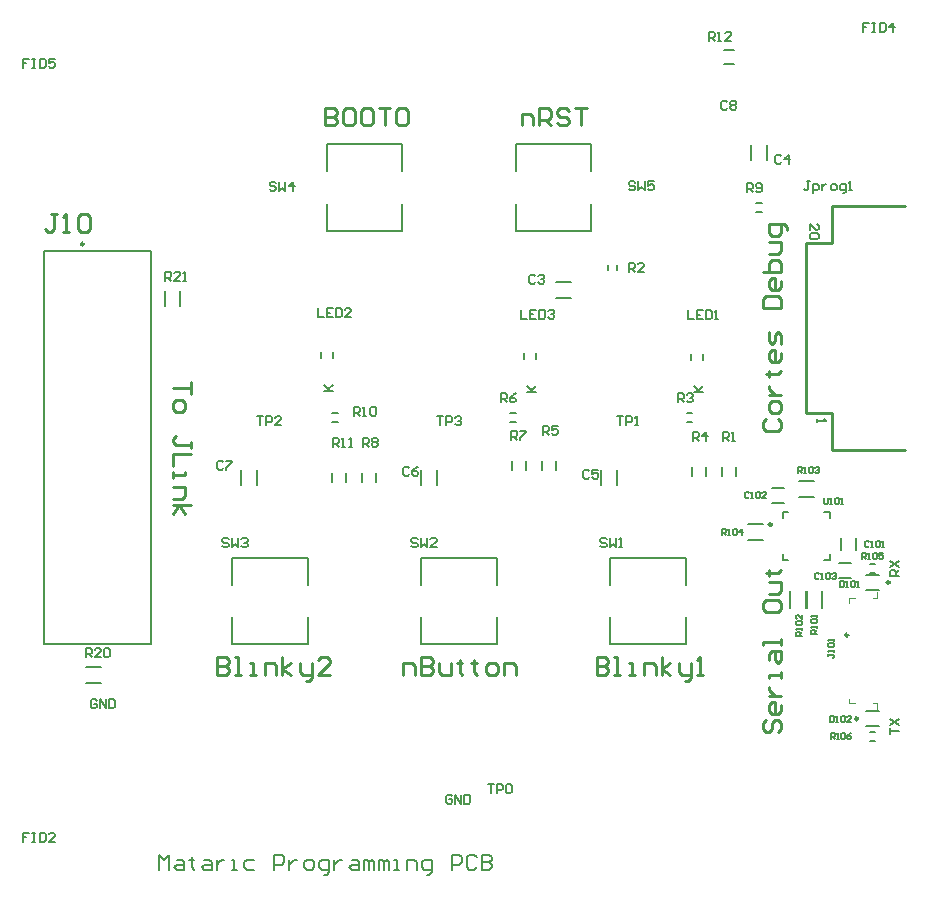
<source format=gto>
G04*
G04 #@! TF.GenerationSoftware,Altium Limited,Altium Designer,24.1.2 (44)*
G04*
G04 Layer_Color=65535*
%FSLAX44Y44*%
%MOMM*%
G71*
G04*
G04 #@! TF.SameCoordinates,4D670051-7F49-4B36-91F3-1F1B1C4DC3BF*
G04*
G04*
G04 #@! TF.FilePolarity,Positive*
G04*
G01*
G75*
%ADD10C,0.2500*%
%ADD11C,0.2540*%
%ADD12C,0.1300*%
%ADD13C,0.1000*%
%ADD14C,0.2000*%
%ADD15C,0.1778*%
%ADD16C,0.1270*%
%ADD17C,0.1800*%
%ADD18C,0.1780*%
D10*
X329655Y-158961D02*
G03*
X329655Y-158961I-1250J0D01*
G01*
X265000Y-65250D02*
G03*
X265000Y-65250I-1250J0D01*
G01*
X337750Y-229750D02*
G03*
X337750Y-229750I-1250J0D01*
G01*
X-317450Y172150D02*
G03*
X-317450Y172150I-1250J0D01*
G01*
X364750Y-114250D02*
G03*
X364750Y-114250I-1250J0D01*
G01*
D11*
X315844Y-1997D02*
X377820D01*
X315844D02*
Y28991D01*
X293492D02*
X315844D01*
X293492D02*
Y173009D01*
X315844D01*
Y203997D01*
X377820D01*
X259764Y-230803D02*
X257225Y-233342D01*
Y-238421D01*
X259764Y-240960D01*
X262303D01*
X264842Y-238421D01*
Y-233342D01*
X267382Y-230803D01*
X269921D01*
X272460Y-233342D01*
Y-238421D01*
X269921Y-240960D01*
X272460Y-218107D02*
Y-223186D01*
X269921Y-225725D01*
X264842D01*
X262303Y-223186D01*
Y-218107D01*
X264842Y-215568D01*
X267382D01*
Y-225725D01*
X262303Y-210490D02*
X272460D01*
X267382D01*
X264842Y-207951D01*
X262303Y-205411D01*
Y-202872D01*
X272460Y-195255D02*
Y-190177D01*
Y-192716D01*
X262303D01*
Y-195255D01*
Y-180020D02*
Y-174941D01*
X264842Y-172402D01*
X272460D01*
Y-180020D01*
X269921Y-182559D01*
X267382Y-180020D01*
Y-172402D01*
X272460Y-167324D02*
Y-162246D01*
Y-164785D01*
X257225D01*
Y-167324D01*
Y-131775D02*
Y-136854D01*
X259764Y-139393D01*
X269921D01*
X272460Y-136854D01*
Y-131775D01*
X269921Y-129236D01*
X259764D01*
X257225Y-131775D01*
X262303Y-124158D02*
X269921D01*
X272460Y-121619D01*
Y-114001D01*
X262303D01*
X259764Y-106384D02*
X262303D01*
Y-108923D01*
Y-103844D01*
Y-106384D01*
X269921D01*
X272460Y-103844D01*
X-227225Y54960D02*
Y44803D01*
Y49882D01*
X-242460D01*
Y37186D02*
Y32107D01*
X-239921Y29568D01*
X-234842D01*
X-232303Y32107D01*
Y37186D01*
X-234842Y39725D01*
X-239921D01*
X-242460Y37186D01*
X-227225Y-902D02*
Y4176D01*
Y1637D01*
X-239921D01*
X-242460Y4176D01*
Y6716D01*
X-239921Y9255D01*
X-227225Y-5980D02*
X-242460D01*
Y-16137D01*
Y-21215D02*
Y-26294D01*
Y-23754D01*
X-232303D01*
Y-21215D01*
X-242460Y-33911D02*
X-232303D01*
Y-41529D01*
X-234842Y-44068D01*
X-242460D01*
Y-49146D02*
X-227225D01*
X-237382D02*
X-232303Y-56764D01*
X-237382Y-49146D02*
X-242460Y-56764D01*
X259686Y23697D02*
X257147Y21158D01*
Y16079D01*
X259686Y13540D01*
X269842D01*
X272382Y16079D01*
Y21158D01*
X269842Y23697D01*
X272382Y31314D02*
Y36393D01*
X269842Y38932D01*
X264764D01*
X262225Y36393D01*
Y31314D01*
X264764Y28775D01*
X269842D01*
X272382Y31314D01*
X262225Y44010D02*
X272382D01*
X267303D01*
X264764Y46549D01*
X262225Y49089D01*
Y51628D01*
X259686Y61784D02*
X262225D01*
Y59245D01*
Y64324D01*
Y61784D01*
X269842D01*
X272382Y64324D01*
Y79559D02*
Y74480D01*
X269842Y71941D01*
X264764D01*
X262225Y74480D01*
Y79559D01*
X264764Y82098D01*
X267303D01*
Y71941D01*
X272382Y87176D02*
Y94794D01*
X269842Y97333D01*
X267303Y94794D01*
Y89715D01*
X264764Y87176D01*
X262225Y89715D01*
Y97333D01*
X257147Y117646D02*
X272382D01*
Y125264D01*
X269842Y127803D01*
X259686D01*
X257147Y125264D01*
Y117646D01*
X272382Y140499D02*
Y135421D01*
X269842Y132881D01*
X264764D01*
X262225Y135421D01*
Y140499D01*
X264764Y143038D01*
X267303D01*
Y132881D01*
X257147Y148117D02*
X272382D01*
Y155734D01*
X269842Y158273D01*
X267303D01*
X264764D01*
X262225Y155734D01*
Y148117D01*
Y163351D02*
X269842D01*
X272382Y165891D01*
Y173508D01*
X262225D01*
X277460Y183665D02*
Y186204D01*
X274921Y188743D01*
X262225D01*
Y181126D01*
X264764Y178587D01*
X269842D01*
X272382Y181126D01*
Y188743D01*
X53040Y272540D02*
Y282537D01*
X60538D01*
X63037Y280038D01*
Y272540D01*
X68035D02*
Y287535D01*
X75533D01*
X78032Y285036D01*
Y280038D01*
X75533Y277538D01*
X68035D01*
X73033D02*
X78032Y272540D01*
X93027Y285036D02*
X90528Y287535D01*
X85529D01*
X83030Y285036D01*
Y282537D01*
X85529Y280038D01*
X90528D01*
X93027Y277538D01*
Y275039D01*
X90528Y272540D01*
X85529D01*
X83030Y275039D01*
X98025Y287535D02*
X108022D01*
X103024D01*
Y272540D01*
X-112960Y287535D02*
Y272540D01*
X-105462D01*
X-102963Y275039D01*
Y277538D01*
X-105462Y280038D01*
X-112960D01*
X-105462D01*
X-102963Y282537D01*
Y285036D01*
X-105462Y287535D01*
X-112960D01*
X-90467D02*
X-95466D01*
X-97965Y285036D01*
Y275039D01*
X-95466Y272540D01*
X-90467D01*
X-87968Y275039D01*
Y285036D01*
X-90467Y287535D01*
X-75472D02*
X-80471D01*
X-82970Y285036D01*
Y275039D01*
X-80471Y272540D01*
X-75472D01*
X-72973Y275039D01*
Y285036D01*
X-75472Y287535D01*
X-67975D02*
X-57978D01*
X-62976D01*
Y272540D01*
X-52979Y285036D02*
X-50480Y287535D01*
X-45482D01*
X-42983Y285036D01*
Y275039D01*
X-45482Y272540D01*
X-50480D01*
X-52979Y275039D01*
Y285036D01*
X-46960Y-192460D02*
Y-182463D01*
X-39462D01*
X-36963Y-184962D01*
Y-192460D01*
X-31965Y-177465D02*
Y-192460D01*
X-24467D01*
X-21968Y-189961D01*
Y-187462D01*
X-24467Y-184962D01*
X-31965D01*
X-24467D01*
X-21968Y-182463D01*
Y-179964D01*
X-24467Y-177465D01*
X-31965D01*
X-16970Y-182463D02*
Y-189961D01*
X-14470Y-192460D01*
X-6973D01*
Y-182463D01*
X525Y-179964D02*
Y-182463D01*
X-1975D01*
X3024D01*
X525D01*
Y-189961D01*
X3024Y-192460D01*
X13021Y-179964D02*
Y-182463D01*
X10521D01*
X15520D01*
X13021D01*
Y-189961D01*
X15520Y-192460D01*
X25517D02*
X30515D01*
X33014Y-189961D01*
Y-184962D01*
X30515Y-182463D01*
X25517D01*
X23017Y-184962D01*
Y-189961D01*
X25517Y-192460D01*
X38012D02*
Y-182463D01*
X45510D01*
X48009Y-184962D01*
Y-192460D01*
X-204460Y-177467D02*
Y-192462D01*
X-196962D01*
X-194463Y-189962D01*
Y-187463D01*
X-196962Y-184964D01*
X-204460D01*
X-196962D01*
X-194463Y-182465D01*
Y-179966D01*
X-196962Y-177467D01*
X-204460D01*
X-189465Y-192462D02*
X-184466D01*
X-186966D01*
Y-177467D01*
X-189465D01*
X-176969Y-192462D02*
X-171971D01*
X-174470D01*
Y-182465D01*
X-176969D01*
X-164473Y-192462D02*
Y-182465D01*
X-156975D01*
X-154476Y-184964D01*
Y-192462D01*
X-149478D02*
Y-177467D01*
Y-187463D02*
X-141980Y-182465D01*
X-149478Y-187463D02*
X-141980Y-192462D01*
X-134483Y-182465D02*
Y-189962D01*
X-131983Y-192462D01*
X-124486D01*
Y-194961D01*
X-126985Y-197460D01*
X-129484D01*
X-124486Y-192462D02*
Y-182465D01*
X-109491Y-192462D02*
X-119487D01*
X-109491Y-182465D01*
Y-179966D01*
X-111990Y-177467D01*
X-116988D01*
X-119487Y-179966D01*
X116540Y-177467D02*
Y-192462D01*
X124038D01*
X126537Y-189962D01*
Y-187463D01*
X124038Y-184964D01*
X116540D01*
X124038D01*
X126537Y-182465D01*
Y-179966D01*
X124038Y-177467D01*
X116540D01*
X131535Y-192462D02*
X136533D01*
X134034D01*
Y-177467D01*
X131535D01*
X144031Y-192462D02*
X149030D01*
X146530D01*
Y-182465D01*
X144031D01*
X156527Y-192462D02*
Y-182465D01*
X164025D01*
X166524Y-184964D01*
Y-192462D01*
X171522D02*
Y-177467D01*
Y-187463D02*
X179020Y-182465D01*
X171522Y-187463D02*
X179020Y-192462D01*
X186517Y-182465D02*
Y-189962D01*
X189016Y-192462D01*
X196514D01*
Y-194961D01*
X194015Y-197460D01*
X191516D01*
X196514Y-192462D02*
Y-182465D01*
X201513Y-192462D02*
X206511D01*
X204012D01*
Y-177467D01*
X201513Y-179966D01*
X-340701Y197579D02*
X-345780D01*
X-343241D01*
Y184883D01*
X-345780Y182344D01*
X-348319D01*
X-350858Y184883D01*
X-335623Y182344D02*
X-330545D01*
X-333084D01*
Y197579D01*
X-335623Y195040D01*
X-322927D02*
X-320388Y197579D01*
X-315310D01*
X-312771Y195040D01*
Y184883D01*
X-315310Y182344D01*
X-320388D01*
X-322927Y184883D01*
Y195040D01*
D12*
X70200Y-19240D02*
Y-11240D01*
X82200Y-19240D02*
Y-11240D01*
X347700Y-249000D02*
X352300D01*
X347700Y-241000D02*
X352300D01*
X55500Y74500D02*
Y79500D01*
X65500Y74500D02*
Y79500D01*
X-107300Y29500D02*
X-102700D01*
X-107300Y21500D02*
X-102700D01*
X44800Y-19240D02*
Y-11240D01*
X56800Y-19240D02*
Y-11240D01*
X224600Y324200D02*
X232600D01*
X224600Y336200D02*
X232600D01*
X192910Y29400D02*
X197510D01*
X192910Y21400D02*
X197510D01*
X234600Y-24320D02*
Y-16320D01*
X222600Y-24320D02*
Y-16320D01*
X43420Y21400D02*
X48020D01*
X43420Y29400D02*
X48020D01*
X-95600Y-29400D02*
Y-21400D01*
X-107600Y-29400D02*
Y-21400D01*
X197200Y-24320D02*
Y-16320D01*
X209200Y-24320D02*
Y-16320D01*
X-82200Y-29400D02*
Y-21400D01*
X-70200Y-29400D02*
Y-21400D01*
X126000Y150200D02*
Y154800D01*
X134000Y150200D02*
Y154800D01*
X196500Y74000D02*
Y79000D01*
X206500Y74000D02*
Y79000D01*
X-117000Y75500D02*
Y80500D01*
X-107000Y75500D02*
Y80500D01*
X251700Y199200D02*
X256300D01*
X251700Y207200D02*
X256300D01*
X347700Y-98500D02*
X352300D01*
X347700Y-106500D02*
X352300D01*
D13*
X330140Y-127550D02*
X335220D01*
X330140Y-131360D02*
Y-127550D01*
Y-216450D02*
Y-212640D01*
Y-216450D02*
X335220D01*
X354270Y-127550D02*
Y-122470D01*
X350460Y-127550D02*
X354270D01*
X350460Y-216450D02*
X354270D01*
Y-221530D02*
Y-216450D01*
D14*
X274000Y-55000D02*
X278500D01*
X309500D02*
X314000D01*
Y-95000D02*
Y-90500D01*
Y-59500D02*
Y-55000D01*
X274000Y-95000D02*
X278500D01*
X309500D02*
X314000D01*
X274000D02*
Y-90500D01*
Y-59500D02*
Y-55000D01*
X322000Y-110500D02*
X332000D01*
X322000Y-97500D02*
X332000D01*
X-235750Y119616D02*
Y132341D01*
X-249250Y119616D02*
Y132341D01*
X294362Y-136362D02*
Y-121638D01*
X280638Y-136362D02*
Y-121638D01*
X-32150Y-31762D02*
Y-19038D01*
X-18650Y-31762D02*
Y-19038D01*
X-192000Y-93500D02*
X-128000D01*
Y-166500D02*
Y-143750D01*
Y-116250D02*
Y-93500D01*
X-192000Y-166500D02*
X-128000D01*
X-192000D02*
Y-143750D01*
Y-116250D02*
Y-93500D01*
X344500Y-223500D02*
X355500D01*
X344393Y-236313D02*
X355393D01*
X-351450Y166100D02*
X-260550D01*
X-351450Y-166100D02*
Y166100D01*
Y-166100D02*
X-260550D01*
Y166100D01*
X120250Y-31762D02*
Y-19038D01*
X133750Y-31762D02*
Y-19038D01*
X260750Y243138D02*
Y255862D01*
X247250Y243138D02*
Y255862D01*
X-184550Y-31762D02*
Y-19038D01*
X-171050Y-31762D02*
Y-19038D01*
X82538Y140100D02*
X95262D01*
X82538Y126600D02*
X95262D01*
X323500Y-87000D02*
Y-77000D01*
X336500Y-87000D02*
Y-77000D01*
X265500Y-47000D02*
X275500D01*
X265500Y-34000D02*
X275500D01*
X344500Y-120500D02*
X355500D01*
X344607Y-107687D02*
X355607D01*
X307362Y-136362D02*
Y-121638D01*
X293638Y-136362D02*
Y-121638D01*
X288278Y-28810D02*
X301002D01*
X288278Y-42310D02*
X301002D01*
X245138Y-65250D02*
X257862D01*
X245138Y-78750D02*
X257862D01*
X-315862Y-199250D02*
X-303138D01*
X-315862Y-185750D02*
X-303138D01*
X128000Y-93500D02*
X192000D01*
Y-166500D02*
Y-143750D01*
Y-116250D02*
Y-93500D01*
X128000Y-166500D02*
X192000D01*
X128000D02*
Y-143750D01*
Y-116250D02*
Y-93500D01*
X-32000D02*
X32000D01*
Y-166500D02*
Y-143750D01*
Y-116250D02*
Y-93500D01*
X-32000Y-166500D02*
X32000D01*
X-32000D02*
Y-143750D01*
Y-116250D02*
Y-93500D01*
X-112000Y256500D02*
X-48000D01*
Y183500D02*
Y206250D01*
Y233750D02*
Y256500D01*
X-112000Y183500D02*
X-48000D01*
X-112000D02*
Y206250D01*
Y233750D02*
Y256500D01*
X48000D02*
X112000D01*
Y183500D02*
Y206250D01*
Y233750D02*
Y256500D01*
X48000Y183500D02*
X112000D01*
X48000D02*
Y206250D01*
Y233750D02*
Y256500D01*
D15*
X297000Y183922D02*
Y189000D01*
X302078Y183922D01*
X303348D01*
X304618Y185191D01*
Y187730D01*
X303348Y189000D01*
Y181383D02*
X304618Y180113D01*
Y177574D01*
X303348Y176304D01*
X298270D01*
X297000Y177574D01*
Y180113D01*
X298270Y181383D01*
X303348D01*
X303000Y24000D02*
Y21461D01*
Y22730D01*
X310618D01*
X309348Y24000D01*
X57882Y47000D02*
X65500D01*
X62961D01*
X57882Y52078D01*
X61691Y48270D01*
X65500Y52078D01*
X198883Y46500D02*
X206500D01*
X203961D01*
X198883Y51578D01*
X202691Y47770D01*
X206500Y51578D01*
X-114618Y48000D02*
X-107000D01*
X-109539D01*
X-114618Y53078D01*
X-110809Y49270D01*
X-107000Y53078D01*
X-253722Y-357490D02*
Y-344794D01*
X-249490Y-349026D01*
X-245258Y-344794D01*
Y-357490D01*
X-238910Y-349026D02*
X-234678D01*
X-232562Y-351142D01*
Y-357490D01*
X-238910D01*
X-241026Y-355374D01*
X-238910Y-353258D01*
X-232562D01*
X-226214Y-346910D02*
Y-349026D01*
X-228330D01*
X-224098D01*
X-226214D01*
Y-355374D01*
X-224098Y-357490D01*
X-215634Y-349026D02*
X-211402D01*
X-209286Y-351142D01*
Y-357490D01*
X-215634D01*
X-217750Y-355374D01*
X-215634Y-353258D01*
X-209286D01*
X-205054Y-349026D02*
Y-357490D01*
Y-353258D01*
X-202938Y-351142D01*
X-200823Y-349026D01*
X-198706D01*
X-192358Y-357490D02*
X-188127D01*
X-190243D01*
Y-349026D01*
X-192358D01*
X-173315D02*
X-179663D01*
X-181779Y-351142D01*
Y-355374D01*
X-179663Y-357490D01*
X-173315D01*
X-156387D02*
Y-344794D01*
X-150039D01*
X-147923Y-346910D01*
Y-351142D01*
X-150039Y-353258D01*
X-156387D01*
X-143691Y-349026D02*
Y-357490D01*
Y-353258D01*
X-141575Y-351142D01*
X-139459Y-349026D01*
X-137343D01*
X-128879Y-357490D02*
X-124647D01*
X-122531Y-355374D01*
Y-351142D01*
X-124647Y-349026D01*
X-128879D01*
X-130995Y-351142D01*
Y-355374D01*
X-128879Y-357490D01*
X-114067Y-361722D02*
X-111951D01*
X-109835Y-359606D01*
Y-349026D01*
X-116183D01*
X-118299Y-351142D01*
Y-355374D01*
X-116183Y-357490D01*
X-109835D01*
X-105603Y-349026D02*
Y-357490D01*
Y-353258D01*
X-103487Y-351142D01*
X-101371Y-349026D01*
X-99255D01*
X-90792D02*
X-86559D01*
X-84444Y-351142D01*
Y-357490D01*
X-90792D01*
X-92907Y-355374D01*
X-90792Y-353258D01*
X-84444D01*
X-80211Y-357490D02*
Y-349026D01*
X-78096D01*
X-75980Y-351142D01*
Y-357490D01*
Y-351142D01*
X-73864Y-349026D01*
X-71748Y-351142D01*
Y-357490D01*
X-67516D02*
Y-349026D01*
X-65400D01*
X-63284Y-351142D01*
Y-357490D01*
Y-351142D01*
X-61168Y-349026D01*
X-59052Y-351142D01*
Y-357490D01*
X-54820D02*
X-50588D01*
X-52704D01*
Y-349026D01*
X-54820D01*
X-44240Y-357490D02*
Y-349026D01*
X-37892D01*
X-35776Y-351142D01*
Y-357490D01*
X-27312Y-361722D02*
X-25196D01*
X-23080Y-359606D01*
Y-349026D01*
X-29428D01*
X-31544Y-351142D01*
Y-355374D01*
X-29428Y-357490D01*
X-23080D01*
X-6152D02*
Y-344794D01*
X196D01*
X2312Y-346910D01*
Y-351142D01*
X196Y-353258D01*
X-6152D01*
X15008Y-346910D02*
X12892Y-344794D01*
X8660D01*
X6544Y-346910D01*
Y-355374D01*
X8660Y-357490D01*
X12892D01*
X15008Y-355374D01*
X19240Y-344794D02*
Y-357490D01*
X25587D01*
X27703Y-355374D01*
Y-353258D01*
X25587Y-351142D01*
X19240D01*
X25587D01*
X27703Y-349026D01*
Y-346910D01*
X25587Y-344794D01*
X19240D01*
X364604Y-242722D02*
Y-237644D01*
Y-240183D01*
X372222D01*
X364604Y-235105D02*
X372222Y-230026D01*
X364604D02*
X372222Y-235105D01*
Y-109222D02*
X364604D01*
Y-105413D01*
X365874Y-104144D01*
X368413D01*
X369683Y-105413D01*
Y-109222D01*
Y-106683D02*
X372222Y-104144D01*
X364604Y-101604D02*
X372222Y-96526D01*
X364604D02*
X372222Y-101604D01*
X-5644Y-295374D02*
X-6913Y-294104D01*
X-9452D01*
X-10722Y-295374D01*
Y-300452D01*
X-9452Y-301722D01*
X-6913D01*
X-5644Y-300452D01*
Y-297913D01*
X-8183D01*
X-3104Y-301722D02*
Y-294104D01*
X1974Y-301722D01*
Y-294104D01*
X4513D02*
Y-301722D01*
X8322D01*
X9591Y-300452D01*
Y-295374D01*
X8322Y-294104D01*
X4513D01*
X296840Y225267D02*
X294301D01*
X295571D01*
Y218920D01*
X294301Y217650D01*
X293031D01*
X291762Y218920D01*
X299379Y215111D02*
Y222728D01*
X303188D01*
X304458Y221459D01*
Y218920D01*
X303188Y217650D01*
X299379D01*
X306997Y222728D02*
Y217650D01*
Y220189D01*
X308267Y221459D01*
X309536Y222728D01*
X310806D01*
X315884Y217650D02*
X318423D01*
X319693Y218920D01*
Y221459D01*
X318423Y222728D01*
X315884D01*
X314615Y221459D01*
Y218920D01*
X315884Y217650D01*
X324771Y215111D02*
X326041D01*
X327310Y216380D01*
Y222728D01*
X323502D01*
X322232Y221459D01*
Y218920D01*
X323502Y217650D01*
X327310D01*
X329850D02*
X332389D01*
X331119D01*
Y225267D01*
X329850Y223998D01*
X24603Y-285351D02*
X29682D01*
X27143D01*
Y-292969D01*
X32221D02*
Y-285351D01*
X36030D01*
X37299Y-286621D01*
Y-289160D01*
X36030Y-290430D01*
X32221D01*
X39838Y-286621D02*
X41108Y-285351D01*
X43647D01*
X44917Y-286621D01*
Y-291699D01*
X43647Y-292969D01*
X41108D01*
X39838Y-291699D01*
Y-286621D01*
X243756Y216126D02*
Y223743D01*
X247565D01*
X248834Y222474D01*
Y219935D01*
X247565Y218665D01*
X243756D01*
X246295D02*
X248834Y216126D01*
X251373Y217395D02*
X252643Y216126D01*
X255182D01*
X256452Y217395D01*
Y222474D01*
X255182Y223743D01*
X252643D01*
X251373Y222474D01*
Y221204D01*
X252643Y219935D01*
X256452D01*
X-306664Y-214406D02*
X-307933Y-213137D01*
X-310473D01*
X-311742Y-214406D01*
Y-219485D01*
X-310473Y-220754D01*
X-307933D01*
X-306664Y-219485D01*
Y-216945D01*
X-309203D01*
X-304125Y-220754D02*
Y-213137D01*
X-299046Y-220754D01*
Y-213137D01*
X-296507D02*
Y-220754D01*
X-292698D01*
X-291429Y-219485D01*
Y-214406D01*
X-292698Y-213137D01*
X-296507D01*
X-363852Y328929D02*
X-368931D01*
Y325120D01*
X-366391D01*
X-368931D01*
Y321311D01*
X-361313Y328929D02*
X-358774D01*
X-360044D01*
Y321311D01*
X-361313D01*
X-358774D01*
X-354965Y328929D02*
Y321311D01*
X-351156D01*
X-349887Y322581D01*
Y327659D01*
X-351156Y328929D01*
X-354965D01*
X-342269D02*
X-347348D01*
Y325120D01*
X-344809Y326390D01*
X-343539D01*
X-342269Y325120D01*
Y322581D01*
X-343539Y321311D01*
X-346078D01*
X-347348Y322581D01*
X347386Y359633D02*
X342308D01*
Y355825D01*
X344847D01*
X342308D01*
Y352016D01*
X349925Y359633D02*
X352465D01*
X351195D01*
Y352016D01*
X349925D01*
X352465D01*
X356273Y359633D02*
Y352016D01*
X360082D01*
X361352Y353285D01*
Y358364D01*
X360082Y359633D01*
X356273D01*
X367700Y352016D02*
Y359633D01*
X363891Y355825D01*
X368969D01*
X-363814Y-326167D02*
X-368892D01*
Y-329975D01*
X-366353D01*
X-368892D01*
Y-333784D01*
X-361275Y-326167D02*
X-358735D01*
X-360005D01*
Y-333784D01*
X-361275D01*
X-358735D01*
X-354927Y-326167D02*
Y-333784D01*
X-351118D01*
X-349848Y-332514D01*
Y-327436D01*
X-351118Y-326167D01*
X-354927D01*
X-342231Y-333784D02*
X-347309D01*
X-342231Y-328706D01*
Y-327436D01*
X-343500Y-326167D01*
X-346040D01*
X-347309Y-327436D01*
X52748Y116555D02*
Y108938D01*
X57826D01*
X65444Y116555D02*
X60365D01*
Y108938D01*
X65444D01*
X60365Y112747D02*
X62905D01*
X67983Y116555D02*
Y108938D01*
X71792D01*
X73061Y110208D01*
Y115286D01*
X71792Y116555D01*
X67983D01*
X75601Y115286D02*
X76870Y116555D01*
X79409D01*
X80679Y115286D01*
Y114016D01*
X79409Y112747D01*
X78140D01*
X79409D01*
X80679Y111477D01*
Y110208D01*
X79409Y108938D01*
X76870D01*
X75601Y110208D01*
X-119718Y117571D02*
Y109954D01*
X-114640D01*
X-107022Y117571D02*
X-112101D01*
Y109954D01*
X-107022D01*
X-112101Y113763D02*
X-109561D01*
X-104483Y117571D02*
Y109954D01*
X-100674D01*
X-99405Y111223D01*
Y116302D01*
X-100674Y117571D01*
X-104483D01*
X-91787Y109954D02*
X-96866D01*
X-91787Y115032D01*
Y116302D01*
X-93057Y117571D01*
X-95596D01*
X-96866Y116302D01*
X193718Y116047D02*
Y108430D01*
X198796D01*
X206414Y116047D02*
X201335D01*
Y108430D01*
X206414D01*
X201335Y112239D02*
X203875D01*
X208953Y116047D02*
Y108430D01*
X212762D01*
X214031Y109699D01*
Y114778D01*
X212762Y116047D01*
X208953D01*
X216570Y108430D02*
X219110D01*
X217840D01*
Y116047D01*
X216570Y114778D01*
X-18372Y26385D02*
X-13294D01*
X-15833D01*
Y18768D01*
X-10755D02*
Y26385D01*
X-6946D01*
X-5676Y25116D01*
Y22577D01*
X-6946Y21307D01*
X-10755D01*
X-3137Y25116D02*
X-1867Y26385D01*
X672D01*
X1941Y25116D01*
Y23846D01*
X672Y22577D01*
X-598D01*
X672D01*
X1941Y21307D01*
Y20038D01*
X672Y18768D01*
X-1867D01*
X-3137Y20038D01*
X-170772Y26385D02*
X-165694D01*
X-168233D01*
Y18768D01*
X-163155D02*
Y26385D01*
X-159346D01*
X-158076Y25116D01*
Y22577D01*
X-159346Y21307D01*
X-163155D01*
X-150459Y18768D02*
X-155537D01*
X-150459Y23846D01*
Y25116D01*
X-151728Y26385D01*
X-154268D01*
X-155537Y25116D01*
X134028Y26385D02*
X139106D01*
X136567D01*
Y18768D01*
X141645D02*
Y26385D01*
X145454D01*
X146724Y25116D01*
Y22577D01*
X145454Y21307D01*
X141645D01*
X149263Y18768D02*
X151802D01*
X150533D01*
Y26385D01*
X149263Y25116D01*
X143972Y148691D02*
Y156309D01*
X147781D01*
X149050Y155039D01*
Y152500D01*
X147781Y151230D01*
X143972D01*
X146511D02*
X149050Y148691D01*
X156668D02*
X151590D01*
X156668Y153770D01*
Y155039D01*
X155398Y156309D01*
X152859D01*
X151590Y155039D01*
X70782Y10640D02*
Y18257D01*
X74591D01*
X75860Y16988D01*
Y14449D01*
X74591Y13179D01*
X70782D01*
X73321D02*
X75860Y10640D01*
X83478Y18257D02*
X78399D01*
Y14449D01*
X80939Y15718D01*
X82208D01*
X83478Y14449D01*
Y11910D01*
X82208Y10640D01*
X79669D01*
X78399Y11910D01*
X-81618Y480D02*
Y8097D01*
X-77809D01*
X-76540Y6828D01*
Y4289D01*
X-77809Y3019D01*
X-81618D01*
X-79079D02*
X-76540Y480D01*
X-74001Y6828D02*
X-72731Y8097D01*
X-70192D01*
X-68922Y6828D01*
Y5558D01*
X-70192Y4289D01*
X-68922Y3019D01*
Y1750D01*
X-70192Y480D01*
X-72731D01*
X-74001Y1750D01*
Y3019D01*
X-72731Y4289D01*
X-74001Y5558D01*
Y6828D01*
X-72731Y4289D02*
X-70192D01*
X197782Y5626D02*
Y13243D01*
X201591D01*
X202860Y11974D01*
Y9435D01*
X201591Y8165D01*
X197782D01*
X200321D02*
X202860Y5626D01*
X209208D02*
Y13243D01*
X205399Y9435D01*
X210478D01*
X-107018Y480D02*
Y8097D01*
X-103209D01*
X-101940Y6828D01*
Y4289D01*
X-103209Y3019D01*
X-107018D01*
X-104479D02*
X-101940Y480D01*
X-99401D02*
X-96861D01*
X-98131D01*
Y8097D01*
X-99401Y6828D01*
X-93053Y480D02*
X-90513D01*
X-91783D01*
Y8097D01*
X-93053Y6828D01*
X35476Y38326D02*
Y45943D01*
X39285D01*
X40554Y44674D01*
Y42135D01*
X39285Y40865D01*
X35476D01*
X38015D02*
X40554Y38326D01*
X48172Y45943D02*
X45633Y44674D01*
X43093Y42135D01*
Y39595D01*
X44363Y38326D01*
X46902D01*
X48172Y39595D01*
Y40865D01*
X46902Y42135D01*
X43093D01*
X223182Y5626D02*
Y13243D01*
X226991D01*
X228260Y11974D01*
Y9435D01*
X226991Y8165D01*
X223182D01*
X225721D02*
X228260Y5626D01*
X230799D02*
X233339D01*
X232069D01*
Y13243D01*
X230799Y11974D01*
X185082Y38326D02*
Y45943D01*
X188891D01*
X190160Y44674D01*
Y42135D01*
X188891Y40865D01*
X185082D01*
X187621D02*
X190160Y38326D01*
X192699Y44674D02*
X193969Y45943D01*
X196508D01*
X197778Y44674D01*
Y43404D01*
X196508Y42135D01*
X195239D01*
X196508D01*
X197778Y40865D01*
Y39595D01*
X196508Y38326D01*
X193969D01*
X192699Y39595D01*
X211328Y344424D02*
Y352042D01*
X215137D01*
X216406Y350772D01*
Y348233D01*
X215137Y346963D01*
X211328D01*
X213867D02*
X216406Y344424D01*
X218946D02*
X221485D01*
X220215D01*
Y352042D01*
X218946Y350772D01*
X230372Y344424D02*
X225294D01*
X230372Y349502D01*
Y350772D01*
X229102Y352042D01*
X226563D01*
X225294Y350772D01*
X44452Y6351D02*
Y13969D01*
X48261D01*
X49530Y12699D01*
Y10160D01*
X48261Y8890D01*
X44452D01*
X46991D02*
X49530Y6351D01*
X52070Y13969D02*
X57148D01*
Y12699D01*
X52070Y7621D01*
Y6351D01*
X-89122Y26771D02*
Y34389D01*
X-85313D01*
X-84044Y33119D01*
Y30580D01*
X-85313Y29310D01*
X-89122D01*
X-86583D02*
X-84044Y26771D01*
X-81504D02*
X-78965D01*
X-80235D01*
Y34389D01*
X-81504Y33119D01*
X-75156D02*
X-73887Y34389D01*
X-71348D01*
X-70078Y33119D01*
Y28041D01*
X-71348Y26771D01*
X-73887D01*
X-75156Y28041D01*
Y33119D01*
X227330Y292099D02*
X226061Y293369D01*
X223522D01*
X222252Y292099D01*
Y287021D01*
X223522Y285751D01*
X226061D01*
X227330Y287021D01*
X229870Y292099D02*
X231139Y293369D01*
X233678D01*
X234948Y292099D01*
Y290830D01*
X233678Y289560D01*
X234948Y288290D01*
Y287021D01*
X233678Y285751D01*
X231139D01*
X229870Y287021D01*
Y288290D01*
X231139Y289560D01*
X229870Y290830D01*
Y292099D01*
X231139Y289560D02*
X233678D01*
X-41910Y-17781D02*
X-43179Y-16511D01*
X-45718D01*
X-46988Y-17781D01*
Y-22859D01*
X-45718Y-24129D01*
X-43179D01*
X-41910Y-22859D01*
X-34292Y-16511D02*
X-36831Y-17781D01*
X-39370Y-20320D01*
Y-22859D01*
X-38101Y-24129D01*
X-35562D01*
X-34292Y-22859D01*
Y-21590D01*
X-35562Y-20320D01*
X-39370D01*
X64770Y144779D02*
X63501Y146049D01*
X60962D01*
X59692Y144779D01*
Y139701D01*
X60962Y138431D01*
X63501D01*
X64770Y139701D01*
X67310Y144779D02*
X68579Y146049D01*
X71118D01*
X72388Y144779D01*
Y143510D01*
X71118Y142240D01*
X69849D01*
X71118D01*
X72388Y140970D01*
Y139701D01*
X71118Y138431D01*
X68579D01*
X67310Y139701D01*
X-199390Y-12701D02*
X-200659Y-11431D01*
X-203198D01*
X-204468Y-12701D01*
Y-17779D01*
X-203198Y-19049D01*
X-200659D01*
X-199390Y-17779D01*
X-196850Y-11431D02*
X-191772D01*
Y-12701D01*
X-196850Y-17779D01*
Y-19049D01*
X273050Y246379D02*
X271781Y247649D01*
X269242D01*
X267972Y246379D01*
Y241301D01*
X269242Y240031D01*
X271781D01*
X273050Y241301D01*
X279398Y240031D02*
Y247649D01*
X275590Y243840D01*
X280668D01*
X110490Y-20321D02*
X109221Y-19051D01*
X106682D01*
X105412Y-20321D01*
Y-25399D01*
X106682Y-26669D01*
X109221D01*
X110490Y-25399D01*
X118108Y-19051D02*
X113030D01*
Y-22860D01*
X115569Y-21590D01*
X116838D01*
X118108Y-22860D01*
Y-25399D01*
X116838Y-26669D01*
X114299D01*
X113030Y-25399D01*
D16*
X314753Y-246999D02*
Y-242001D01*
X317252D01*
X318085Y-242834D01*
Y-244500D01*
X317252Y-245333D01*
X314753D01*
X316419D02*
X318085Y-246999D01*
X319751D02*
X321417D01*
X320584D01*
Y-242001D01*
X319751Y-242834D01*
X323917D02*
X324750Y-242001D01*
X326416D01*
X327249Y-242834D01*
Y-246166D01*
X326416Y-246999D01*
X324750D01*
X323917Y-246166D01*
Y-242834D01*
X332247Y-242001D02*
X330581Y-242834D01*
X328915Y-244500D01*
Y-246166D01*
X329748Y-246999D01*
X331414D01*
X332247Y-246166D01*
Y-245333D01*
X331414Y-244500D01*
X328915D01*
X341253Y-94499D02*
Y-89501D01*
X343752D01*
X344585Y-90334D01*
Y-92000D01*
X343752Y-92833D01*
X341253D01*
X342919D02*
X344585Y-94499D01*
X346251D02*
X347917D01*
X347084D01*
Y-89501D01*
X346251Y-90334D01*
X350416D02*
X351250Y-89501D01*
X352916D01*
X353749Y-90334D01*
Y-93666D01*
X352916Y-94499D01*
X351250D01*
X350416Y-93666D01*
Y-90334D01*
X358747Y-89501D02*
X355415D01*
Y-92000D01*
X357081Y-91167D01*
X357914D01*
X358747Y-92000D01*
Y-93666D01*
X357914Y-94499D01*
X356248D01*
X355415Y-93666D01*
X314443Y-227461D02*
Y-232539D01*
X316982D01*
X317829Y-231693D01*
Y-228307D01*
X316982Y-227461D01*
X314443D01*
X319521Y-232539D02*
X321214D01*
X320368D01*
Y-227461D01*
X319521Y-228307D01*
X323753D02*
X324600Y-227461D01*
X326292D01*
X327139Y-228307D01*
Y-231693D01*
X326292Y-232539D01*
X324600D01*
X323753Y-231693D01*
Y-228307D01*
X332217Y-232539D02*
X328832D01*
X332217Y-229154D01*
Y-228307D01*
X331371Y-227461D01*
X329678D01*
X328832Y-228307D01*
X308959Y-42461D02*
Y-46693D01*
X309806Y-47539D01*
X311499D01*
X312345Y-46693D01*
Y-42461D01*
X314038Y-47539D02*
X315730D01*
X314884D01*
Y-42461D01*
X314038Y-43307D01*
X318270D02*
X319116Y-42461D01*
X320809D01*
X321655Y-43307D01*
Y-46693D01*
X320809Y-47539D01*
X319116D01*
X318270Y-46693D01*
Y-43307D01*
X323348Y-47539D02*
X325041D01*
X324194D01*
Y-42461D01*
X323348Y-43307D01*
X222343Y-74149D02*
Y-69071D01*
X224882D01*
X225728Y-69917D01*
Y-71610D01*
X224882Y-72456D01*
X222343D01*
X224036D02*
X225728Y-74149D01*
X227421D02*
X229114D01*
X228268D01*
Y-69071D01*
X227421Y-69917D01*
X231653D02*
X232500Y-69071D01*
X234192D01*
X235039Y-69917D01*
Y-73303D01*
X234192Y-74149D01*
X232500D01*
X231653Y-73303D01*
Y-69917D01*
X239271Y-74149D02*
Y-69071D01*
X236732Y-71610D01*
X240117D01*
X287444Y-21364D02*
Y-16286D01*
X289983D01*
X290829Y-17132D01*
Y-18825D01*
X289983Y-19671D01*
X287444D01*
X289137D02*
X290829Y-21364D01*
X292522D02*
X294215D01*
X293369D01*
Y-16286D01*
X292522Y-17132D01*
X296754D02*
X297601Y-16286D01*
X299293D01*
X300140Y-17132D01*
Y-20518D01*
X299293Y-21364D01*
X297601D01*
X296754Y-20518D01*
Y-17132D01*
X301833D02*
X302679Y-16286D01*
X304372D01*
X305218Y-17132D01*
Y-17979D01*
X304372Y-18825D01*
X303525D01*
X304372D01*
X305218Y-19671D01*
Y-20518D01*
X304372Y-21364D01*
X302679D01*
X301833Y-20518D01*
X290539Y-159387D02*
X285461D01*
Y-156848D01*
X286307Y-156002D01*
X288000D01*
X288846Y-156848D01*
Y-159387D01*
Y-157694D02*
X290539Y-156002D01*
Y-154309D02*
Y-152616D01*
Y-153462D01*
X285461D01*
X286307Y-154309D01*
Y-150077D02*
X285461Y-149230D01*
Y-147538D01*
X286307Y-146691D01*
X289693D01*
X290539Y-147538D01*
Y-149230D01*
X289693Y-150077D01*
X286307D01*
X290539Y-141613D02*
Y-144998D01*
X287154Y-141613D01*
X286307D01*
X285461Y-142459D01*
Y-144152D01*
X286307Y-144998D01*
X303039Y-158041D02*
X297961D01*
Y-155501D01*
X298807Y-154655D01*
X300500D01*
X301346Y-155501D01*
Y-158041D01*
Y-156348D02*
X303039Y-154655D01*
Y-152962D02*
Y-151270D01*
Y-152116D01*
X297961D01*
X298807Y-152962D01*
Y-148730D02*
X297961Y-147884D01*
Y-146191D01*
X298807Y-145345D01*
X302193D01*
X303039Y-146191D01*
Y-147884D01*
X302193Y-148730D01*
X298807D01*
X303039Y-143652D02*
Y-141959D01*
Y-142806D01*
X297961D01*
X298807Y-143652D01*
X312461Y-174655D02*
Y-176348D01*
Y-175501D01*
X316693D01*
X317539Y-176348D01*
Y-177194D01*
X316693Y-178041D01*
X317539Y-172962D02*
Y-171270D01*
Y-172116D01*
X312461D01*
X313307Y-172962D01*
Y-168730D02*
X312461Y-167884D01*
Y-166191D01*
X313307Y-165345D01*
X316693D01*
X317539Y-166191D01*
Y-167884D01*
X316693Y-168730D01*
X313307D01*
X317539Y-163652D02*
Y-161959D01*
Y-162806D01*
X312461D01*
X313307Y-163652D01*
X322959Y-112961D02*
Y-118039D01*
X325499D01*
X326345Y-117193D01*
Y-113807D01*
X325499Y-112961D01*
X322959D01*
X328038Y-118039D02*
X329730D01*
X328884D01*
Y-112961D01*
X328038Y-113807D01*
X332270D02*
X333116Y-112961D01*
X334809D01*
X335655Y-113807D01*
Y-117193D01*
X334809Y-118039D01*
X333116D01*
X332270Y-117193D01*
Y-113807D01*
X337348Y-118039D02*
X339041D01*
X338194D01*
Y-112961D01*
X337348Y-113807D01*
X304998Y-106807D02*
X304152Y-105961D01*
X302459D01*
X301613Y-106807D01*
Y-110193D01*
X302459Y-111039D01*
X304152D01*
X304998Y-110193D01*
X306691Y-111039D02*
X308384D01*
X307538D01*
Y-105961D01*
X306691Y-106807D01*
X310923D02*
X311770Y-105961D01*
X313462D01*
X314309Y-106807D01*
Y-110193D01*
X313462Y-111039D01*
X311770D01*
X310923Y-110193D01*
Y-106807D01*
X316002D02*
X316848Y-105961D01*
X318541D01*
X319387Y-106807D01*
Y-107654D01*
X318541Y-108500D01*
X317694D01*
X318541D01*
X319387Y-109346D01*
Y-110193D01*
X318541Y-111039D01*
X316848D01*
X316002Y-110193D01*
X245998Y-38807D02*
X245152Y-37961D01*
X243459D01*
X242613Y-38807D01*
Y-42193D01*
X243459Y-43039D01*
X245152D01*
X245998Y-42193D01*
X247691Y-43039D02*
X249384D01*
X248538D01*
Y-37961D01*
X247691Y-38807D01*
X251923D02*
X252770Y-37961D01*
X254462D01*
X255309Y-38807D01*
Y-42193D01*
X254462Y-43039D01*
X252770D01*
X251923Y-42193D01*
Y-38807D01*
X260387Y-43039D02*
X257002D01*
X260387Y-39654D01*
Y-38807D01*
X259541Y-37961D01*
X257848D01*
X257002Y-38807D01*
X346845Y-80307D02*
X345998Y-79461D01*
X344306D01*
X343459Y-80307D01*
Y-83693D01*
X344306Y-84539D01*
X345998D01*
X346845Y-83693D01*
X348538Y-84539D02*
X350230D01*
X349384D01*
Y-79461D01*
X348538Y-80307D01*
X352770D02*
X353616Y-79461D01*
X355309D01*
X356155Y-80307D01*
Y-83693D01*
X355309Y-84539D01*
X353616D01*
X352770Y-83693D01*
Y-80307D01*
X357848Y-84539D02*
X359541D01*
X358694D01*
Y-79461D01*
X357848Y-80307D01*
D17*
X-194904Y-77946D02*
X-196237Y-76613D01*
X-198903D01*
X-200236Y-77946D01*
Y-79278D01*
X-198903Y-80611D01*
X-196237D01*
X-194904Y-81944D01*
Y-83277D01*
X-196237Y-84610D01*
X-198903D01*
X-200236Y-83277D01*
X-192239Y-76613D02*
Y-84610D01*
X-189573Y-81944D01*
X-186907Y-84610D01*
Y-76613D01*
X-184241Y-77946D02*
X-182908Y-76613D01*
X-180243D01*
X-178910Y-77946D01*
Y-79278D01*
X-180243Y-80611D01*
X-181576D01*
X-180243D01*
X-178910Y-81944D01*
Y-83277D01*
X-180243Y-84610D01*
X-182908D01*
X-184241Y-83277D01*
X149168Y224166D02*
X147836Y225499D01*
X145170D01*
X143837Y224166D01*
Y222833D01*
X145170Y221500D01*
X147836D01*
X149168Y220167D01*
Y218834D01*
X147836Y217501D01*
X145170D01*
X143837Y218834D01*
X151834Y225499D02*
Y217501D01*
X154500Y220167D01*
X157166Y217501D01*
Y225499D01*
X165163D02*
X159832D01*
Y221500D01*
X162497Y222833D01*
X163830D01*
X165163Y221500D01*
Y218834D01*
X163830Y217501D01*
X161164D01*
X159832Y218834D01*
X-154832Y223666D02*
X-156165Y224999D01*
X-158830D01*
X-160163Y223666D01*
Y222333D01*
X-158830Y221000D01*
X-156165D01*
X-154832Y219667D01*
Y218334D01*
X-156165Y217001D01*
X-158830D01*
X-160163Y218334D01*
X-152166Y224999D02*
Y217001D01*
X-149500Y219667D01*
X-146834Y217001D01*
Y224999D01*
X-140170Y217001D02*
Y224999D01*
X-144168Y221000D01*
X-138837D01*
X-34885Y-77946D02*
X-36217Y-76613D01*
X-38883D01*
X-40216Y-77946D01*
Y-79278D01*
X-38883Y-80611D01*
X-36217D01*
X-34885Y-81944D01*
Y-83277D01*
X-36217Y-84610D01*
X-38883D01*
X-40216Y-83277D01*
X-32219Y-76613D02*
Y-84610D01*
X-29553Y-81944D01*
X-26887Y-84610D01*
Y-76613D01*
X-18890Y-84610D02*
X-24221D01*
X-18890Y-79278D01*
Y-77946D01*
X-20223Y-76613D01*
X-22888D01*
X-24221Y-77946D01*
X125135D02*
X123803Y-76613D01*
X121137D01*
X119804Y-77946D01*
Y-79278D01*
X121137Y-80611D01*
X123803D01*
X125135Y-81944D01*
Y-83277D01*
X123803Y-84610D01*
X121137D01*
X119804Y-83277D01*
X127801Y-76613D02*
Y-84610D01*
X130467Y-81944D01*
X133133Y-84610D01*
Y-76613D01*
X135799Y-84610D02*
X138464D01*
X137132D01*
Y-76613D01*
X135799Y-77946D01*
D18*
X-248496Y141196D02*
Y148813D01*
X-244687D01*
X-243418Y147544D01*
Y145005D01*
X-244687Y143735D01*
X-248496D01*
X-245957D02*
X-243418Y141196D01*
X-235800D02*
X-240879D01*
X-235800Y146274D01*
Y147544D01*
X-237070Y148813D01*
X-239609D01*
X-240879Y147544D01*
X-233261Y141196D02*
X-230722D01*
X-231992D01*
Y148813D01*
X-233261Y147544D01*
X-316060Y-177828D02*
Y-170211D01*
X-312251D01*
X-310982Y-171480D01*
Y-174019D01*
X-312251Y-175289D01*
X-316060D01*
X-313521D02*
X-310982Y-177828D01*
X-303364D02*
X-308443D01*
X-303364Y-172750D01*
Y-171480D01*
X-304634Y-170211D01*
X-307173D01*
X-308443Y-171480D01*
X-300825D02*
X-299555Y-170211D01*
X-297016D01*
X-295747Y-171480D01*
Y-176558D01*
X-297016Y-177828D01*
X-299555D01*
X-300825Y-176558D01*
Y-171480D01*
M02*

</source>
